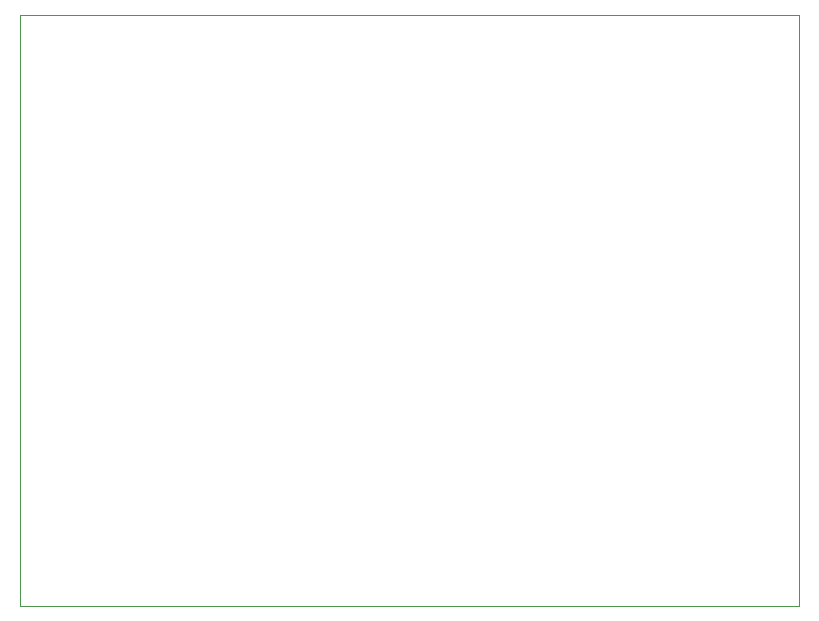
<source format=gbr>
%TF.GenerationSoftware,KiCad,Pcbnew,8.0.8*%
%TF.CreationDate,2025-04-12T20:39:17+03:00*%
%TF.ProjectId,ProPrj_CAN_2025-04-09,50726f50-726a-45f4-9341-4e5f32303235,rev?*%
%TF.SameCoordinates,Original*%
%TF.FileFunction,Profile,NP*%
%FSLAX46Y46*%
G04 Gerber Fmt 4.6, Leading zero omitted, Abs format (unit mm)*
G04 Created by KiCad (PCBNEW 8.0.8) date 2025-04-12 20:39:17*
%MOMM*%
%LPD*%
G01*
G04 APERTURE LIST*
%TA.AperFunction,Profile*%
%ADD10C,0.050000*%
%TD*%
G04 APERTURE END LIST*
D10*
X100000000Y-50000000D02*
X166000000Y-50000000D01*
X166000000Y-100000000D01*
X100000000Y-100000000D01*
X100000000Y-50000000D01*
M02*

</source>
